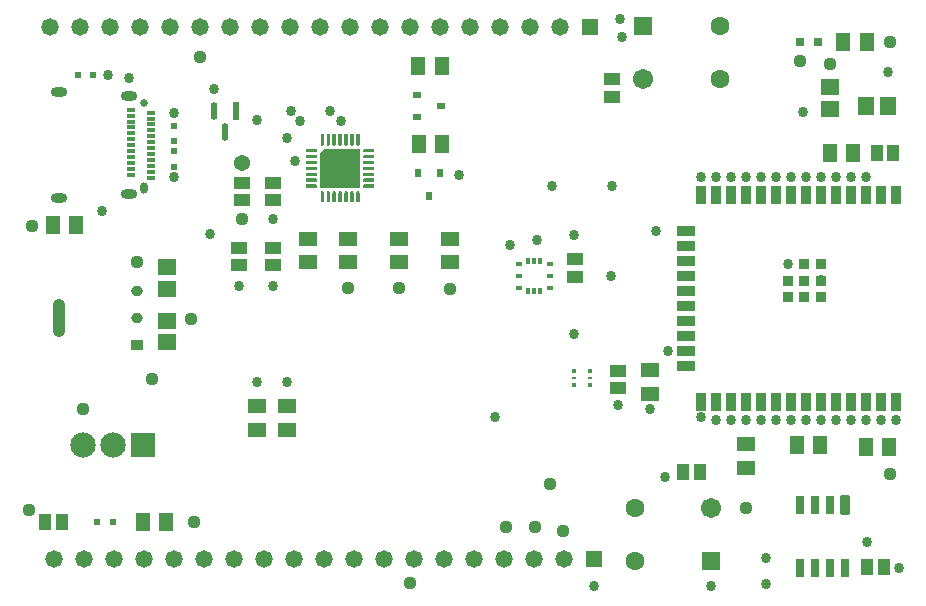
<source format=gts>
G04*
G04 #@! TF.GenerationSoftware,Altium Limited,Altium Designer,24.7.2 (38)*
G04*
G04 Layer_Color=8388736*
%FSLAX44Y44*%
%MOMM*%
G71*
G04*
G04 #@! TF.SameCoordinates,1D9A9799-C8E3-4473-89B4-75341A8A5718*
G04*
G04*
G04 #@! TF.FilePolarity,Negative*
G04*
G01*
G75*
%ADD21R,0.6000X0.8000*%
%ADD22R,0.8000X0.8000*%
%ADD23R,0.9000X1.5000*%
%ADD24R,1.5000X0.9000*%
%ADD25R,0.9000X0.9000*%
G04:AMPARAMS|DCode=27|XSize=1.55mm|YSize=0.6mm|CornerRadius=0.051mm|HoleSize=0mm|Usage=FLASHONLY|Rotation=270.000|XOffset=0mm|YOffset=0mm|HoleType=Round|Shape=RoundedRectangle|*
%AMROUNDEDRECTD27*
21,1,1.5500,0.4980,0,0,270.0*
21,1,1.4480,0.6000,0,0,270.0*
1,1,0.1020,-0.2490,-0.7240*
1,1,0.1020,-0.2490,0.7240*
1,1,0.1020,0.2490,0.7240*
1,1,0.1020,0.2490,-0.7240*
%
%ADD27ROUNDEDRECTD27*%
%ADD28C,0.2700*%
%ADD29R,1.3562X1.0546*%
%ADD30R,1.4546X1.5562*%
%ADD31R,0.4000X0.4000*%
%ADD32R,0.4000X0.2000*%
%ADD33R,1.0043X0.8721*%
G04:AMPARAMS|DCode=34|XSize=1.0043mm|YSize=0.8721mm|CornerRadius=0.4361mm|HoleSize=0mm|Usage=FLASHONLY|Rotation=180.000|XOffset=0mm|YOffset=0mm|HoleType=Round|Shape=RoundedRectangle|*
%AMROUNDEDRECTD34*
21,1,1.0043,0.0000,0,0,180.0*
21,1,0.1322,0.8721,0,0,180.0*
1,1,0.8721,-0.0661,0.0000*
1,1,0.8721,0.0661,0.0000*
1,1,0.8721,0.0661,0.0000*
1,1,0.8721,-0.0661,0.0000*
%
%ADD34ROUNDEDRECTD34*%
G04:AMPARAMS|DCode=35|XSize=1.0043mm|YSize=3.1821mm|CornerRadius=0.4369mm|HoleSize=0mm|Usage=FLASHONLY|Rotation=180.000|XOffset=0mm|YOffset=0mm|HoleType=Round|Shape=RoundedRectangle|*
%AMROUNDEDRECTD35*
21,1,1.0043,2.3084,0,0,180.0*
21,1,0.1306,3.1821,0,0,180.0*
1,1,0.8737,-0.0653,1.1542*
1,1,0.8737,0.0653,1.1542*
1,1,0.8737,0.0653,-1.1542*
1,1,0.8737,-0.0653,-1.1542*
%
%ADD35ROUNDEDRECTD35*%
%ADD36R,0.5780X1.5242*%
G04:AMPARAMS|DCode=37|XSize=1.5242mm|YSize=0.578mm|CornerRadius=0.289mm|HoleSize=0mm|Usage=FLASHONLY|Rotation=270.000|XOffset=0mm|YOffset=0mm|HoleType=Round|Shape=RoundedRectangle|*
%AMROUNDEDRECTD37*
21,1,1.5242,0.0000,0,0,270.0*
21,1,0.9463,0.5780,0,0,270.0*
1,1,0.5780,0.0000,-0.4731*
1,1,0.5780,0.0000,0.4731*
1,1,0.5780,0.0000,0.4731*
1,1,0.5780,0.0000,-0.4731*
%
%ADD37ROUNDEDRECTD37*%
%ADD38R,0.7000X0.3000*%
%ADD39R,1.1046X1.3562*%
%ADD40R,1.0546X1.3562*%
%ADD41R,1.5562X1.4546*%
%ADD44R,0.8000X0.6000*%
%ADD45R,0.3516X0.6016*%
%ADD46R,0.6016X0.3516*%
%ADD47R,1.3016X1.5516*%
%ADD48R,0.5816X0.5016*%
%ADD49R,0.5080X0.5080*%
G04:AMPARAMS|DCode=50|XSize=1.7532mm|YSize=0.8032mm|CornerRadius=0.1526mm|HoleSize=0mm|Usage=FLASHONLY|Rotation=270.000|XOffset=0mm|YOffset=0mm|HoleType=Round|Shape=RoundedRectangle|*
%AMROUNDEDRECTD50*
21,1,1.7532,0.4980,0,0,270.0*
21,1,1.4480,0.8032,0,0,270.0*
1,1,0.3052,-0.2490,-0.7240*
1,1,0.3052,-0.2490,0.7240*
1,1,0.3052,0.2490,0.7240*
1,1,0.3052,0.2490,-0.7240*
%
%ADD50ROUNDEDRECTD50*%
%ADD51C,3.0150*%
%ADD52R,0.5016X0.5816*%
%ADD53R,1.5516X1.3016*%
%ADD54C,1.7032*%
%ADD55C,1.6016*%
%ADD56R,1.6016X1.6016*%
%ADD57R,2.1500X2.1500*%
%ADD58C,2.1500*%
%ADD59C,0.6500*%
G04:AMPARAMS|DCode=60|XSize=0.95mm|YSize=0.65mm|CornerRadius=0.325mm|HoleSize=0mm|Usage=FLASHONLY|Rotation=270.000|XOffset=0mm|YOffset=0mm|HoleType=Round|Shape=RoundedRectangle|*
%AMROUNDEDRECTD60*
21,1,0.9500,0.0000,0,0,270.0*
21,1,0.3000,0.6500,0,0,270.0*
1,1,0.6500,0.0000,-0.1500*
1,1,0.6500,0.0000,0.1500*
1,1,0.6500,0.0000,0.1500*
1,1,0.6500,0.0000,-0.1500*
%
%ADD60ROUNDEDRECTD60*%
G04:AMPARAMS|DCode=61|XSize=0.8mm|YSize=1.4mm|CornerRadius=0.4mm|HoleSize=0mm|Usage=FLASHONLY|Rotation=270.000|XOffset=0mm|YOffset=0mm|HoleType=Round|Shape=RoundedRectangle|*
%AMROUNDEDRECTD61*
21,1,0.8000,0.6000,0,0,270.0*
21,1,0.0000,1.4000,0,0,270.0*
1,1,0.8000,-0.3000,0.0000*
1,1,0.8000,-0.3000,0.0000*
1,1,0.8000,0.3000,0.0000*
1,1,0.8000,0.3000,0.0000*
%
%ADD61ROUNDEDRECTD61*%
%ADD62C,1.4716*%
%ADD63R,1.4716X1.4716*%
%ADD64C,0.8636*%
%ADD65C,1.1176*%
%ADD66C,1.3716*%
G36*
X286580Y381060D02*
Y380762D01*
X286352Y380210D01*
X285930Y379788D01*
X285378Y379560D01*
X284782D01*
X284230Y379788D01*
X283808Y380210D01*
X283580Y380762D01*
Y381060D01*
Y389060D01*
X286580D01*
Y381060D01*
D02*
G37*
G36*
X281580D02*
Y380762D01*
X281352Y380210D01*
X280930Y379788D01*
X280378Y379560D01*
X279782D01*
X279230Y379788D01*
X278808Y380210D01*
X278580Y380762D01*
Y381060D01*
Y389060D01*
X281580D01*
Y381060D01*
D02*
G37*
G36*
X276580D02*
Y380762D01*
X276352Y380210D01*
X275930Y379788D01*
X275378Y379560D01*
X274782D01*
X274230Y379788D01*
X273808Y380210D01*
X273580Y380762D01*
Y381060D01*
Y389060D01*
X276580D01*
X276580Y381060D01*
D02*
G37*
G36*
X271580D02*
Y380762D01*
X271352Y380210D01*
X270930Y379788D01*
X270378Y379560D01*
X269782D01*
X269230Y379788D01*
X268808Y380210D01*
X268580Y380762D01*
Y381060D01*
Y389060D01*
X271580D01*
Y381060D01*
D02*
G37*
G36*
X266580D02*
Y380762D01*
X266352Y380210D01*
X265930Y379788D01*
X265378Y379560D01*
X264782D01*
X264230Y379788D01*
X263808Y380210D01*
X263580Y380762D01*
Y381060D01*
X263580D01*
Y389060D01*
X266580D01*
Y381060D01*
D02*
G37*
G36*
X261580D02*
Y380762D01*
X261352Y380210D01*
X260930Y379788D01*
X260378Y379560D01*
X259782D01*
X259230Y379788D01*
X258808Y380210D01*
X258580Y380762D01*
Y381060D01*
Y389060D01*
X261580D01*
Y381060D01*
D02*
G37*
G36*
X256580D02*
Y380762D01*
X256352Y380210D01*
X255930Y379788D01*
X255378Y379560D01*
X254782D01*
X254230Y379788D01*
X253808Y380210D01*
X253580Y380762D01*
Y381060D01*
Y389060D01*
X256580D01*
Y381060D01*
D02*
G37*
G36*
X298830Y373810D02*
X290532D01*
X289980Y374038D01*
X289558Y374460D01*
X289330Y375012D01*
Y375310D01*
Y375608D01*
X289558Y376160D01*
X289980Y376582D01*
X290532Y376810D01*
X298830D01*
Y373810D01*
D02*
G37*
G36*
X250180Y376582D02*
X250602Y376160D01*
X250830Y375608D01*
Y375310D01*
Y375012D01*
X250602Y374460D01*
X250180Y374038D01*
X249628Y373810D01*
X241330D01*
Y376810D01*
X249628D01*
X250180Y376582D01*
D02*
G37*
G36*
X298830Y368810D02*
X290532D01*
X289980Y369038D01*
X289558Y369460D01*
X289330Y370012D01*
Y370310D01*
Y370608D01*
X289558Y371160D01*
X289980Y371582D01*
X290532Y371810D01*
X298830D01*
Y368810D01*
D02*
G37*
G36*
X250180Y371582D02*
X250602Y371160D01*
X250830Y370608D01*
Y370310D01*
Y370012D01*
X250602Y369460D01*
X250180Y369038D01*
X249628Y368810D01*
X241330D01*
Y371810D01*
X249628D01*
X250180Y371582D01*
D02*
G37*
G36*
X298830Y363810D02*
X290532D01*
X289980Y364038D01*
X289558Y364460D01*
X289330Y365012D01*
Y365310D01*
Y365608D01*
X289558Y366160D01*
X289980Y366582D01*
X290532Y366810D01*
X290830D01*
Y366810D01*
X298830D01*
Y363810D01*
D02*
G37*
G36*
X249330Y366810D02*
X249628D01*
X250180Y366582D01*
X250602Y366160D01*
X250830Y365608D01*
Y365310D01*
Y365012D01*
X250602Y364460D01*
X250180Y364038D01*
X249628Y363810D01*
X241330D01*
Y366810D01*
X249330Y366810D01*
D02*
G37*
G36*
X298830Y358810D02*
X290532D01*
X289980Y359038D01*
X289558Y359460D01*
X289330Y360012D01*
Y360310D01*
Y360608D01*
X289558Y361160D01*
X289980Y361582D01*
X290532Y361810D01*
X298830D01*
Y358810D01*
D02*
G37*
G36*
X250180Y361582D02*
X250602Y361160D01*
X250830Y360608D01*
Y360310D01*
Y360012D01*
X250602Y359460D01*
X250180Y359038D01*
X249628Y358810D01*
X241330D01*
Y361810D01*
X249628D01*
X250180Y361582D01*
D02*
G37*
G36*
X298830Y353810D02*
X290830Y353810D01*
X290532D01*
X289980Y354038D01*
X289558Y354460D01*
X289330Y355012D01*
Y355310D01*
Y355608D01*
X289558Y356160D01*
X289980Y356582D01*
X290532Y356810D01*
X298830D01*
Y353810D01*
D02*
G37*
G36*
X250180Y356582D02*
X250602Y356160D01*
X250830Y355608D01*
Y355310D01*
Y355012D01*
X250602Y354460D01*
X250180Y354038D01*
X249628Y353810D01*
X249330D01*
Y353810D01*
X241330D01*
Y356810D01*
X249628D01*
X250180Y356582D01*
D02*
G37*
G36*
X298830Y348810D02*
X290532D01*
X289980Y349038D01*
X289558Y349460D01*
X289330Y350012D01*
Y350310D01*
Y350608D01*
X289558Y351160D01*
X289980Y351582D01*
X290532Y351810D01*
X298830D01*
Y348810D01*
D02*
G37*
G36*
X250180Y351582D02*
X250602Y351160D01*
X250830Y350608D01*
Y350310D01*
Y350012D01*
X250602Y349460D01*
X250180Y349038D01*
X249628Y348810D01*
X241330D01*
Y351810D01*
X249628D01*
X250180Y351582D01*
D02*
G37*
G36*
X298830Y343810D02*
X290532D01*
X289980Y344038D01*
X289558Y344460D01*
X289330Y345012D01*
Y345310D01*
Y345608D01*
X289558Y346160D01*
X289980Y346582D01*
X290532Y346810D01*
X298830D01*
Y343810D01*
D02*
G37*
G36*
X250180Y346582D02*
X250602Y346160D01*
X250830Y345608D01*
Y345310D01*
Y345012D01*
X250602Y344460D01*
X250180Y344038D01*
X249628Y343810D01*
X241330D01*
Y346810D01*
X249628D01*
X250180Y346582D01*
D02*
G37*
G36*
X286830Y343560D02*
X253330D01*
Y373560D01*
X256830Y377060D01*
X286830D01*
Y343560D01*
D02*
G37*
G36*
X285930Y340832D02*
X286352Y340410D01*
X286580Y339858D01*
Y339560D01*
Y331560D01*
X283580D01*
Y339560D01*
Y339858D01*
X283808Y340410D01*
X284230Y340832D01*
X284782Y341060D01*
X285378D01*
X285930Y340832D01*
D02*
G37*
G36*
X280930D02*
X281352Y340410D01*
X281580Y339858D01*
Y339560D01*
Y331560D01*
X278580D01*
Y339560D01*
Y339858D01*
X278808Y340410D01*
X279230Y340832D01*
X279782Y341060D01*
X280378D01*
X280930Y340832D01*
D02*
G37*
G36*
X275930D02*
X276352Y340410D01*
X276580Y339858D01*
Y339560D01*
X276580D01*
Y331560D01*
X273580D01*
Y339560D01*
Y339858D01*
X273808Y340410D01*
X274230Y340832D01*
X274782Y341060D01*
X275378D01*
X275930Y340832D01*
D02*
G37*
G36*
X270930D02*
X271352Y340410D01*
X271580Y339858D01*
Y339560D01*
Y331560D01*
X268580D01*
Y339560D01*
Y339858D01*
X268808Y340410D01*
X269230Y340832D01*
X269782Y341060D01*
X270378D01*
X270930Y340832D01*
D02*
G37*
G36*
X265930D02*
X266352Y340410D01*
X266580Y339858D01*
Y339560D01*
Y331560D01*
X263580D01*
X263580Y339560D01*
Y339858D01*
X263808Y340410D01*
X264230Y340832D01*
X264782Y341060D01*
X265378D01*
X265930Y340832D01*
D02*
G37*
G36*
X260930D02*
X261352Y340410D01*
X261580Y339858D01*
Y339560D01*
Y331560D01*
X258580D01*
Y339560D01*
Y339858D01*
X258808Y340410D01*
X259230Y340832D01*
X259782Y341060D01*
X260378D01*
X260930Y340832D01*
D02*
G37*
G36*
X255930D02*
X256352Y340410D01*
X256580Y339858D01*
Y339560D01*
Y331560D01*
X253580D01*
Y339560D01*
Y339858D01*
X253808Y340410D01*
X254230Y340832D01*
X254782Y341060D01*
X255378D01*
X255930Y340832D01*
D02*
G37*
D21*
X354940Y356810D02*
D03*
X335940D02*
D03*
X345440Y336610D02*
D03*
D22*
X659370Y467360D02*
D03*
X674370D02*
D03*
D23*
X740410Y337820D02*
D03*
X727710D02*
D03*
X715010D02*
D03*
X702310D02*
D03*
X689610D02*
D03*
X676910D02*
D03*
X664210D02*
D03*
X651510D02*
D03*
X638810D02*
D03*
X626110D02*
D03*
X613410D02*
D03*
X600710D02*
D03*
X588010D02*
D03*
X575310D02*
D03*
Y162820D02*
D03*
X588010D02*
D03*
X600710D02*
D03*
X613410D02*
D03*
X626110D02*
D03*
X638810D02*
D03*
X651510D02*
D03*
X664210D02*
D03*
X676910D02*
D03*
X689610D02*
D03*
X702310D02*
D03*
X715010D02*
D03*
X727710D02*
D03*
X740410D02*
D03*
D24*
X562810Y307420D02*
D03*
Y294720D02*
D03*
Y282020D02*
D03*
Y269320D02*
D03*
Y256620D02*
D03*
Y243920D02*
D03*
Y231220D02*
D03*
Y218520D02*
D03*
Y205820D02*
D03*
Y193120D02*
D03*
D25*
X677210Y279320D02*
D03*
Y265320D02*
D03*
Y251320D02*
D03*
X663210Y279320D02*
D03*
Y265320D02*
D03*
Y251320D02*
D03*
X649210Y265320D02*
D03*
Y251320D02*
D03*
D27*
X684530Y75590D02*
D03*
X671830D02*
D03*
X659130D02*
D03*
Y21590D02*
D03*
X671830D02*
D03*
X684530D02*
D03*
X697230D02*
D03*
D28*
X246080Y375310D02*
D03*
Y370310D02*
D03*
Y365310D02*
D03*
X242830Y360310D02*
D03*
X246080Y355310D02*
D03*
Y350310D02*
D03*
Y345310D02*
D03*
X255080Y336310D02*
D03*
X260080D02*
D03*
X265080D02*
D03*
X270080Y333060D02*
D03*
X275080Y336310D02*
D03*
X280080D02*
D03*
X285080D02*
D03*
X294080Y345310D02*
D03*
Y350310D02*
D03*
Y355310D02*
D03*
X296830Y360310D02*
D03*
X294080Y365310D02*
D03*
Y370310D02*
D03*
Y375310D02*
D03*
X285080Y384310D02*
D03*
X280080D02*
D03*
X275080D02*
D03*
X270080Y387060D02*
D03*
X265080Y384310D02*
D03*
X260080D02*
D03*
X255080D02*
D03*
D29*
X213360Y278492D02*
D03*
Y293008D02*
D03*
X505460Y188868D02*
D03*
Y174352D02*
D03*
X186690Y348088D02*
D03*
Y333572D02*
D03*
X500380Y435610D02*
D03*
Y421094D02*
D03*
X213360Y348088D02*
D03*
Y333572D02*
D03*
X468630Y268694D02*
D03*
Y283210D02*
D03*
X184150Y278492D02*
D03*
Y293008D02*
D03*
D30*
X715204Y412750D02*
D03*
X733720D02*
D03*
D31*
X468330Y188880D02*
D03*
Y176880D02*
D03*
X481330D02*
D03*
Y188880D02*
D03*
D32*
X468330Y182880D02*
D03*
X481330D02*
D03*
D33*
X97720Y210780D02*
D03*
D34*
Y233680D02*
D03*
Y256580D02*
D03*
D35*
X31820Y233680D02*
D03*
D36*
X182220Y409102D02*
D03*
D37*
X163220D02*
D03*
X172720Y390898D02*
D03*
D38*
X110250Y407500D02*
D03*
Y402500D02*
D03*
Y397500D02*
D03*
Y392500D02*
D03*
Y387500D02*
D03*
Y382500D02*
D03*
Y377500D02*
D03*
Y372500D02*
D03*
Y367500D02*
D03*
Y362500D02*
D03*
Y357500D02*
D03*
Y352500D02*
D03*
X93250Y355000D02*
D03*
Y360000D02*
D03*
Y365000D02*
D03*
Y370000D02*
D03*
Y375000D02*
D03*
Y380000D02*
D03*
Y385000D02*
D03*
Y390000D02*
D03*
Y395000D02*
D03*
Y400000D02*
D03*
Y405000D02*
D03*
Y410000D02*
D03*
D39*
X724462Y373380D02*
D03*
X738578D02*
D03*
D40*
X574586Y102870D02*
D03*
X560070D02*
D03*
X716280Y22860D02*
D03*
X730796D02*
D03*
X34858Y60960D02*
D03*
X20342D02*
D03*
D41*
X123190Y258344D02*
D03*
Y276860D02*
D03*
Y231508D02*
D03*
Y212992D02*
D03*
X684530Y410794D02*
D03*
Y429310D02*
D03*
D44*
X335280Y422860D02*
D03*
Y403860D02*
D03*
X355480Y413360D02*
D03*
D45*
X434340Y282240D02*
D03*
Y256240D02*
D03*
X439340D02*
D03*
X429340D02*
D03*
X439340Y282240D02*
D03*
X429340D02*
D03*
D46*
X447340Y269240D02*
D03*
X421340D02*
D03*
X447340Y279240D02*
D03*
Y259240D02*
D03*
X421340D02*
D03*
Y279240D02*
D03*
D47*
X704690Y373380D02*
D03*
X684690D02*
D03*
X715170Y124300D02*
D03*
X735170D02*
D03*
X676750Y125730D02*
D03*
X656750D02*
D03*
X123030Y60960D02*
D03*
X103030D02*
D03*
X696120Y467360D02*
D03*
X716120D02*
D03*
X26830Y312420D02*
D03*
X46830D02*
D03*
X336343Y447247D02*
D03*
X356343D02*
D03*
X336550Y381000D02*
D03*
X356550D02*
D03*
D48*
X64520Y60960D02*
D03*
X77720D02*
D03*
X61210Y439420D02*
D03*
X48010D02*
D03*
D49*
X649210Y279320D02*
D03*
D50*
X697230Y75590D02*
D03*
D51*
X270080Y360310D02*
D03*
D52*
X129540Y396600D02*
D03*
Y383400D02*
D03*
Y361800D02*
D03*
Y375000D02*
D03*
D53*
X199310Y139180D02*
D03*
Y159180D02*
D03*
X242570Y300830D02*
D03*
Y280830D02*
D03*
X320040Y300830D02*
D03*
Y280830D02*
D03*
X363220D02*
D03*
Y300830D02*
D03*
X225129Y139180D02*
D03*
Y159180D02*
D03*
X276860Y280830D02*
D03*
Y300830D02*
D03*
X532130Y169230D02*
D03*
Y189230D02*
D03*
X613410Y126840D02*
D03*
Y106840D02*
D03*
D54*
X526300Y435970D02*
D03*
X584430Y72940D02*
D03*
D55*
X591300Y435970D02*
D03*
Y480970D02*
D03*
X519430Y72940D02*
D03*
Y27940D02*
D03*
D56*
X526300Y480970D02*
D03*
X584430Y27940D02*
D03*
D57*
X103030Y125730D02*
D03*
D58*
X77630D02*
D03*
X52230D02*
D03*
D59*
X103650Y416000D02*
D03*
D60*
Y344000D02*
D03*
D61*
X91150Y421300D02*
D03*
Y338700D02*
D03*
X31650Y424900D02*
D03*
Y335100D02*
D03*
D62*
X27600Y30000D02*
D03*
X53000D02*
D03*
X78400D02*
D03*
X103800D02*
D03*
X129200D02*
D03*
X154600D02*
D03*
X180000D02*
D03*
X205400D02*
D03*
X230800D02*
D03*
X256200D02*
D03*
X281600D02*
D03*
X307000D02*
D03*
X332400D02*
D03*
X357800D02*
D03*
X383200D02*
D03*
X408600D02*
D03*
X434000D02*
D03*
X459400D02*
D03*
X24130Y480060D02*
D03*
X49530D02*
D03*
X74930D02*
D03*
X100330D02*
D03*
X125730D02*
D03*
X151130D02*
D03*
X176530D02*
D03*
X201930D02*
D03*
X227330D02*
D03*
X252730D02*
D03*
X278130D02*
D03*
X303530D02*
D03*
X328930D02*
D03*
X354330D02*
D03*
X379730D02*
D03*
X405130D02*
D03*
X430530D02*
D03*
X455930D02*
D03*
D63*
X484800Y30000D02*
D03*
X481330Y480060D02*
D03*
D64*
X662940Y251320D02*
D03*
X676910D02*
D03*
Y265430D02*
D03*
Y279400D02*
D03*
X662940D02*
D03*
Y265320D02*
D03*
X648970Y251320D02*
D03*
Y265320D02*
D03*
X649210Y279320D02*
D03*
X269332Y359614D02*
D03*
X280962Y349614D02*
D03*
X259104Y349729D02*
D03*
X280962Y370540D02*
D03*
X259230Y370459D02*
D03*
X184150Y260350D02*
D03*
X213360D02*
D03*
Y317500D02*
D03*
X160020Y304800D02*
D03*
X499110Y269240D02*
D03*
X468084Y303530D02*
D03*
X436880Y299720D02*
D03*
X414020Y295830D02*
D03*
X537210Y307340D02*
D03*
X631056Y30480D02*
D03*
Y8123D02*
D03*
X506730Y486410D02*
D03*
X734141Y442203D02*
D03*
X664210Y147320D02*
D03*
X231798Y366810D02*
D03*
X468330Y219710D02*
D03*
X68580Y324240D02*
D03*
X716280Y43590D02*
D03*
X584430Y6350D02*
D03*
X485140D02*
D03*
X73660Y439420D02*
D03*
X129540Y353361D02*
D03*
Y407500D02*
D03*
X163220Y427250D02*
D03*
X661670Y407670D02*
D03*
X500380Y345440D02*
D03*
X508630Y471170D02*
D03*
X449580Y345440D02*
D03*
X370840Y354330D02*
D03*
X401491Y149860D02*
D03*
X199310Y179070D02*
D03*
X225129D02*
D03*
X199587Y401424D02*
D03*
X225129Y385810D02*
D03*
X235830Y400050D02*
D03*
X228600Y408940D02*
D03*
X271141Y400050D02*
D03*
X261620Y408940D02*
D03*
X91440Y436920D02*
D03*
X544830Y99060D02*
D03*
X532130Y156210D02*
D03*
X742950Y22225D02*
D03*
X575310Y149860D02*
D03*
X505460Y160020D02*
D03*
X547370Y205740D02*
D03*
X588010Y147320D02*
D03*
X600710D02*
D03*
X613410D02*
D03*
X626110D02*
D03*
X638810D02*
D03*
X651510D02*
D03*
X676910D02*
D03*
X689610D02*
D03*
X702310D02*
D03*
X715010D02*
D03*
X727710D02*
D03*
X740410D02*
D03*
X676910Y353060D02*
D03*
X638810D02*
D03*
X651510D02*
D03*
X664210D02*
D03*
X626110D02*
D03*
X613410D02*
D03*
X689610D02*
D03*
X702310D02*
D03*
X715010D02*
D03*
X575310D02*
D03*
X600710D02*
D03*
X588010D02*
D03*
D65*
X151130Y454660D02*
D03*
X6350Y71120D02*
D03*
X410857Y56445D02*
D03*
X435045D02*
D03*
X363220Y257810D02*
D03*
X447453Y92710D02*
D03*
X458610Y53340D02*
D03*
X735330Y467360D02*
D03*
X613410Y72940D02*
D03*
X97720Y280670D02*
D03*
X735670Y101440D02*
D03*
X329321Y9395D02*
D03*
X146050Y60960D02*
D03*
X8890Y311150D02*
D03*
X52070Y156210D02*
D03*
X659130Y450850D02*
D03*
X684530Y448894D02*
D03*
X144116Y232983D02*
D03*
X320040Y259080D02*
D03*
X276860Y259080D02*
D03*
X111125Y182343D02*
D03*
X186690Y317500D02*
D03*
D66*
Y364490D02*
D03*
M02*

</source>
